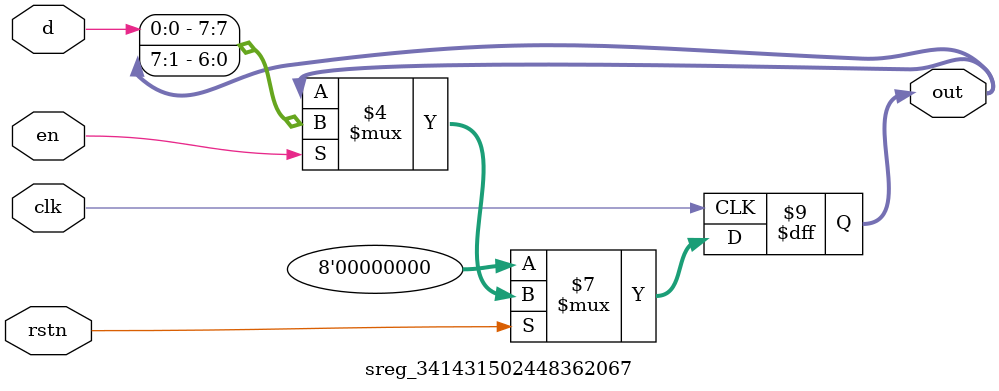
<source format=v>
`default_nettype none

module user_module_341431502448362067(
    input [7:0] io_in,
    output [7:0] io_out
);

sreg_341431502448362067 #(.MSB(8)) sreg(
    .d(io_in[3]),
    .en(io_in[2]),
    .rstn(io_in[1]),
    .clk(io_in[0]),
    .out(io_out[7:0])
);

endmodule

module sreg_341431502448362067 #(parameter MSB = 8) (
    input d,
    input clk,
    input en,
    input rstn,
    output reg [MSB-1:0] out
);

always @ (posedge clk) begin
    if (!rstn)
        out <= 0;
    else begin
        if (en)
            out <= {d, out[MSB-1:1]};
        else
            out <= out;
    end
end

endmodule

</source>
